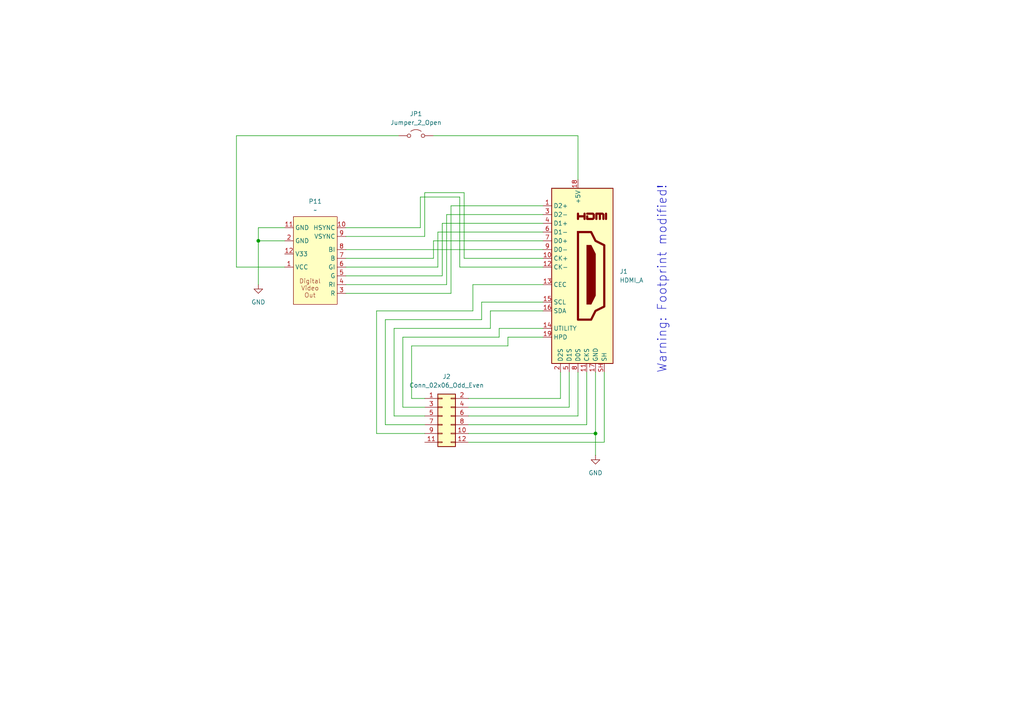
<source format=kicad_sch>
(kicad_sch (version 20250114) (generator "eeschema") (generator_version "9.0")
  (paper "A4")
  (lib_symbols
    (symbol "Connector:HDMI_A"
      (property "Reference" "J" (at -6.35 26.67 0))
      (property "Value" "HDMI_A" (at 10.16 26.67 0))
      (symbol "HDMI_A_0_0"
        (polyline (pts (xy 0 16.51) (xy 0 18.034) (xy 0 17.272) (xy 1.905 17.272) (xy 1.905 18.034) (xy 1.905 16.51)) (stroke (width 0.635)))
        (polyline (pts (xy 2.667 18.034) (xy 4.318 18.034) (xy 4.572 17.78) (xy 4.572 16.764) (xy 4.318 16.51) (xy 2.667 16.51) (xy 2.667 17.272)) (stroke (width 0.635)))
        (polyline (pts (xy 8.128 16.51) (xy 8.128 18.034)) (stroke (width 0.635)))
      )
      (symbol "HDMI_A_0_1"
        (rectangle (start -7.62 25.4) (end 10.16 -25.4) (stroke (width 0.254)) (fill (type background)))
        (polyline (pts (xy 0 12.7) (xy 0 -12.7) (xy 3.81 -12.7) (xy 5.08 -10.16) (xy 7.62 -8.89) (xy 7.62 8.89) (xy 5.08 10.16) (xy 3.81 12.7) (xy 0 12.7)) (stroke (width 0.635)))
        (polyline (pts (xy 2.54 8.89) (xy 3.81 8.89) (xy 5.08 6.35) (xy 5.08 -5.715) (xy 3.81 -8.255) (xy 2.54 -8.255) (xy 2.54 8.89)) (fill (type outline)))
        (polyline (pts (xy 5.334 16.51) (xy 5.334 18.034) (xy 6.35 18.034) (xy 6.35 16.51) (xy 6.35 18.034) (xy 7.112 18.034) (xy 7.366 17.78) (xy 7.366 16.51)) (stroke (width 0.635)))
      )
      (symbol "HDMI_A_1_1"
        (pin passive line (at -10.16 20.32 0) (length 2.54) (name "D2+") (number "1"))
        (pin passive line (at -10.16 17.78 0) (length 2.54) (name "D2-") (number "3"))
        (pin passive line (at -10.16 15.24 0) (length 2.54) (name "D1+") (number "4"))
        (pin passive line (at -10.16 12.7 0) (length 2.54) (name "D1-") (number "6"))
        (pin passive line (at -10.16 10.16 0) (length 2.54) (name "D0+") (number "7"))
        (pin passive line (at -10.16 7.62 0) (length 2.54) (name "D0-") (number "9"))
        (pin passive line (at -10.16 5.08 0) (length 2.54) (name "CK+") (number "10"))
        (pin passive line (at -10.16 2.54 0) (length 2.54) (name "CK-") (number "12"))
        (pin bidirectional line (at -10.16 -2.54 0) (length 2.54) (name "CEC") (number "13"))
        (pin passive line (at -10.16 -7.62 0) (length 2.54) (name "SCL") (number "15"))
        (pin bidirectional line (at -10.16 -10.16 0) (length 2.54) (name "SDA") (number "16"))
        (pin passive line (at -10.16 -15.24 0) (length 2.54) (name "UTILITY") (number "14"))
        (pin passive line (at -10.16 -17.78 0) (length 2.54) (name "HPD") (number "19"))
        (pin power_in line (at -5.08 -27.94 90) (length 2.54) (name "D2S") (number "2"))
        (pin power_in line (at -2.54 -27.94 90) (length 2.54) (name "D1S") (number "5"))
        (pin power_in line (at 0 27.94 270) (length 2.54) (name "+5V") (number "18"))
        (pin power_in line (at 0 -27.94 90) (length 2.54) (name "D0S") (number "8"))
        (pin power_in line (at 2.54 -27.94 90) (length 2.54) (name "CKS") (number "11"))
        (pin power_in line (at 5.08 -27.94 90) (length 2.54) (name "GND") (number "17"))
        (pin passive line (at 7.62 -27.94 90) (length 2.54) (name "SH") (number "SH"))
      )
    )
    (symbol "Connector_Generic:Conn_02x06_Odd_Even" (pin_names (offset 1.016) (hide yes))
      (property "Reference" "J" (at 1.27 7.62 0))
      (property "Value" "Conn_02x06_Odd_Even" (at 1.27 -10.16 0))
      (symbol "Conn_02x06_Odd_Even_1_1"
        (rectangle (start -1.27 6.35) (end 3.81 -8.89) (stroke (width 0.254)) (fill (type background)))
        (rectangle (start -1.27 5.207) (end 0 4.953) (stroke (width 0.1524)))
        (rectangle (start -1.27 2.667) (end 0 2.413) (stroke (width 0.1524)))
        (rectangle (start -1.27 0.127) (end 0 -0.127) (stroke (width 0.1524)))
        (rectangle (start -1.27 -2.413) (end 0 -2.667) (stroke (width 0.1524)))
        (rectangle (start -1.27 -4.953) (end 0 -5.207) (stroke (width 0.1524)))
        (rectangle (start -1.27 -7.493) (end 0 -7.747) (stroke (width 0.1524)))
        (rectangle (start 3.81 5.207) (end 2.54 4.953) (stroke (width 0.1524)))
        (rectangle (start 3.81 2.667) (end 2.54 2.413) (stroke (width 0.1524)))
        (rectangle (start 3.81 0.127) (end 2.54 -0.127) (stroke (width 0.1524)))
        (rectangle (start 3.81 -2.413) (end 2.54 -2.667) (stroke (width 0.1524)))
        (rectangle (start 3.81 -4.953) (end 2.54 -5.207) (stroke (width 0.1524)))
        (rectangle (start 3.81 -7.493) (end 2.54 -7.747) (stroke (width 0.1524)))
        (pin passive line (at -5.08 5.08 0) (length 3.81) (name "Pin_1") (number "1"))
        (pin passive line (at -5.08 2.54 0) (length 3.81) (name "Pin_3") (number "3"))
        (pin passive line (at -5.08 0 0) (length 3.81) (name "Pin_5") (number "5"))
        (pin passive line (at -5.08 -2.54 0) (length 3.81) (name "Pin_7") (number "7"))
        (pin passive line (at -5.08 -5.08 0) (length 3.81) (name "Pin_9") (number "9"))
        (pin passive line (at -5.08 -7.62 0) (length 3.81) (name "Pin_11") (number "11"))
        (pin passive line (at 7.62 5.08 180) (length 3.81) (name "Pin_2") (number "2"))
        (pin passive line (at 7.62 2.54 180) (length 3.81) (name "Pin_4") (number "4"))
        (pin passive line (at 7.62 0 180) (length 3.81) (name "Pin_6") (number "6"))
        (pin passive line (at 7.62 -2.54 180) (length 3.81) (name "Pin_8") (number "8"))
        (pin passive line (at 7.62 -5.08 180) (length 3.81) (name "Pin_10") (number "10"))
        (pin passive line (at 7.62 -7.62 180) (length 3.81) (name "Pin_12") (number "12"))
      )
    )
    (symbol "Jumper:Jumper_2_Open" (pin_numbers (hide yes)) (pin_names (offset 0) (hide yes))
      (property "Reference" "JP" (at 0 2.794 0))
      (property "Value" "Jumper_2_Open" (at 0 -2.286 0))
      (symbol "Jumper_2_Open_0_0"
        (circle (center -2.032 0) (radius 0.508))
        (circle (center 2.032 0) (radius 0.508))
      )
      (symbol "Jumper_2_Open_0_1"
        (arc (start -1.524 1.27) (mid 0 1.778) (end 1.524 1.27))
      )
      (symbol "Jumper_2_Open_1_1"
        (pin passive line (at -5.08 0 0) (length 2.54) (name "A") (number "1"))
        (pin passive line (at 5.08 0 180) (length 2.54) (name "B") (number "2"))
      )
    )
    (symbol "cbm_ultipet_v1-eagle-import:DVO-Connector"
      (property "Reference" "P" (at 2.032 7.112 0))
      (symbol "DVO-Connector_0_1"
        (rectangle (start -3.81 5.715) (end 8.89 -19.685) (fill (type background)))
      )
      (symbol "DVO-Connector_1_1"
        (text "Digital\nVideo\nOut" (at 4.064 1.016 0) (effects (font (size 1.27 1.27) (thickness 0.1))))
        (pin input line (at -6.35 2.54 0) (length 2.54) (name "R") (number "3"))
        (pin input line (at -6.35 0 0) (length 2.54) (name "RI") (number "4"))
        (pin input line (at -6.35 -2.54 0) (length 2.54) (name "G") (number "5"))
        (pin input line (at -6.35 -5.08 0) (length 2.54) (name "GI") (number "6"))
        (pin input line (at -6.35 -7.62 0) (length 2.54) (name "B") (number "7"))
        (pin input line (at -6.35 -10.16 0) (length 2.54) (name "BI") (number "8"))
        (pin input line (at -6.35 -13.97 0) (length 2.54) (name "VSYNC") (number "9"))
        (pin input line (at -6.35 -16.51 0) (length 2.54) (name "HSYNC") (number "10"))
        (pin power_in line (at 11.43 -5.08 180) (length 2.54) (name "VCC") (number "1"))
        (pin power_in line (at 11.43 -8.89 180) (length 2.54) (name "V33") (number "12"))
        (pin power_in line (at 11.43 -12.7 180) (length 2.54) (name "GND") (number "2"))
        (pin power_in line (at 11.43 -16.51 180) (length 2.54) (name "GND") (number "11"))
      )
    )
    (symbol "power:GND" (power) (pin_numbers (hide yes)) (pin_names (offset 0) (hide yes))
      (property "Value" "GND" (at 0 -3.81 0))
      (symbol "GND_0_1"
        (polyline (pts (xy 0 0) (xy 0 -1.27) (xy 1.27 -1.27) (xy 0 -2.54) (xy -1.27 -1.27) (xy 0 -1.27)))
      )
      (symbol "GND_1_1"
        (pin power_in line (at 0 0 270) (length 0) (name "~") (number "1"))
      )
    )
  )
  (text "Warning: Footprint modified!" (at 192.024 81.026 90) (effects (font (size 2.54 2.54))))
  (junction (at 172.72 125.73))
  (junction (at 74.93 69.85))
  (wire (pts (xy 125.73 39.37) (xy 167.64 39.37)))
  (wire (pts (xy 68.58 39.37) (xy 115.57 39.37)))
  (wire (pts (xy 68.58 77.47) (xy 68.58 39.37)))
  (wire (pts (xy 119.38 115.57) (xy 119.38 100.33)))
  (wire (pts (xy 137.16 90.17) (xy 109.22 90.17)))
  (wire (pts (xy 137.16 82.55) (xy 137.16 90.17)))
  (wire (pts (xy 167.64 120.65) (xy 167.64 107.95)))
  (wire (pts (xy 135.89 128.27) (xy 175.26 128.27)))
  (wire (pts (xy 125.73 69.85) (xy 125.73 74.93)))
  (wire (pts (xy 175.26 128.27) (xy 175.26 107.95)))
  (wire (pts (xy 100.33 82.55) (xy 129.54 82.55)))
  (wire (pts (xy 144.78 97.79) (xy 116.84 97.79)))
  (wire (pts (xy 116.84 97.79) (xy 116.84 118.11)))
  (wire (pts (xy 121.92 57.15) (xy 121.92 66.04)))
  (wire (pts (xy 170.18 123.19) (xy 170.18 107.95)))
  (wire (pts (xy 133.35 57.15) (xy 121.92 57.15)))
  (wire (pts (xy 147.32 100.33) (xy 147.32 97.79)))
  (wire (pts (xy 142.24 90.17) (xy 157.48 90.17)))
  (wire (pts (xy 123.19 115.57) (xy 119.38 115.57)))
  (wire (pts (xy 128.27 64.77) (xy 128.27 80.01)))
  (wire (pts (xy 123.19 55.88) (xy 123.19 68.58)))
  (wire (pts (xy 139.7 92.71) (xy 139.7 87.63)))
  (wire (pts (xy 135.89 120.65) (xy 167.64 120.65)))
  (wire (pts (xy 111.76 123.19) (xy 111.76 92.71)))
  (wire (pts (xy 157.48 95.25) (xy 144.78 95.25)))
  (wire (pts (xy 139.7 87.63) (xy 157.48 87.63)))
  (wire (pts (xy 144.78 95.25) (xy 144.78 97.79)))
  (wire (pts (xy 109.22 90.17) (xy 109.22 125.73)))
  (wire (pts (xy 74.93 69.85) (xy 74.93 82.55)))
  (wire (pts (xy 114.3 120.65) (xy 114.3 95.25)))
  (wire (pts (xy 100.33 80.01) (xy 128.27 80.01)))
  (wire (pts (xy 123.19 55.88) (xy 134.62 55.88)))
  (wire (pts (xy 100.33 72.39) (xy 157.48 72.39)))
  (wire (pts (xy 100.33 66.04) (xy 121.92 66.04)))
  (wire (pts (xy 123.19 120.65) (xy 114.3 120.65)))
  (wire (pts (xy 157.48 64.77) (xy 128.27 64.77)))
  (wire (pts (xy 147.32 97.79) (xy 157.48 97.79)))
  (wire (pts (xy 100.33 77.47) (xy 127 77.47)))
  (wire (pts (xy 82.55 66.04) (xy 74.93 66.04)))
  (wire (pts (xy 157.48 74.93) (xy 134.62 74.93)))
  (wire (pts (xy 74.93 66.04) (xy 74.93 69.85)))
  (wire (pts (xy 157.48 69.85) (xy 125.73 69.85)))
  (wire (pts (xy 114.3 95.25) (xy 142.24 95.25)))
  (wire (pts (xy 74.93 69.85) (xy 82.55 69.85)))
  (wire (pts (xy 82.55 77.47) (xy 68.58 77.47)))
  (wire (pts (xy 129.54 62.23) (xy 129.54 82.55)))
  (wire (pts (xy 133.35 77.47) (xy 133.35 57.15)))
  (wire (pts (xy 100.33 74.93) (xy 125.73 74.93)))
  (wire (pts (xy 135.89 123.19) (xy 170.18 123.19)))
  (wire (pts (xy 157.48 82.55) (xy 137.16 82.55)))
  (wire (pts (xy 109.22 125.73) (xy 123.19 125.73)))
  (wire (pts (xy 135.89 118.11) (xy 165.1 118.11)))
  (wire (pts (xy 130.81 59.69) (xy 130.81 85.09)))
  (wire (pts (xy 100.33 85.09) (xy 130.81 85.09)))
  (wire (pts (xy 172.72 107.95) (xy 172.72 125.73)))
  (wire (pts (xy 167.64 39.37) (xy 167.64 52.07)))
  (wire (pts (xy 135.89 115.57) (xy 162.56 115.57)))
  (wire (pts (xy 157.48 59.69) (xy 130.81 59.69)))
  (wire (pts (xy 157.48 62.23) (xy 129.54 62.23)))
  (wire (pts (xy 162.56 115.57) (xy 162.56 107.95)))
  (wire (pts (xy 127 67.31) (xy 127 77.47)))
  (wire (pts (xy 172.72 125.73) (xy 172.72 132.08)))
  (wire (pts (xy 134.62 74.93) (xy 134.62 55.88)))
  (wire (pts (xy 135.89 125.73) (xy 172.72 125.73)))
  (wire (pts (xy 142.24 95.25) (xy 142.24 90.17)))
  (wire (pts (xy 111.76 92.71) (xy 139.7 92.71)))
  (wire (pts (xy 165.1 118.11) (xy 165.1 107.95)))
  (wire (pts (xy 123.19 123.19) (xy 111.76 123.19)))
  (wire (pts (xy 157.48 67.31) (xy 127 67.31)))
  (wire (pts (xy 116.84 118.11) (xy 123.19 118.11)))
  (wire (pts (xy 100.33 68.58) (xy 123.19 68.58)))
  (wire (pts (xy 119.38 100.33) (xy 147.32 100.33)))
  (wire (pts (xy 157.48 77.47) (xy 133.35 77.47)))
  (symbol (lib_id "Connector_Generic:Conn_02x06_Odd_Even") (at 128.27 120.65 0) (unit 1)
    (property "Reference" "J2" (at 129.54 109.22 0))
    (property "Value" "Conn_02x06_Odd_Even" (at 129.54 111.76 0))
    (property "Footprint" "Connector_IDC:IDC-Header_2x06_P2.54mm_Vertical" (effects (hide yes)))
    (property "Description" "Generic connector, double row, 02x06, odd/even pin numbering scheme (row 1 odd numbers, row 2 even numbers), script generated (kicad-library-utils/schlib/autogen/connector/)" (effects (hide yes)))
    (property "LCSC" "C9136" (effects (hide yes)))
  )
  (symbol (lib_id "cbm_ultipet_v1-eagle-import:DVO-Connector") (at 93.98 82.55 180) (unit 1)
    (property "Reference" "P11" (at 91.44 58.42 0))
    (property "Value" "~" (at 91.44 60.96 0))
    (property "Footprint" "Connector_PinHeader_2.54mm:PinHeader_2x06_P2.54mm_Vertical" (effects (hide yes)))
  )
  (symbol (lib_id "Jumper:Jumper_2_Open") (at 120.65 39.37 0) (unit 1)
    (property "Reference" "JP1" (at 120.65 33.02 0))
    (property "Value" "Jumper_2_Open" (at 120.65 35.56 0))
    (property "Footprint" "Connector_PinHeader_2.54mm:PinHeader_1x02_P2.54mm_Vertical" (effects (hide yes)))
    (property "Description" "Jumper, 2-pole, open" (effects (hide yes)))
    (property "LCSC" "C225477" (effects (hide yes)))
  )
  (symbol (lib_id "Connector:HDMI_A") (at 167.64 80.01 0) (unit 1)
    (property "Reference" "J1" (at 179.705 78.7399 0) (effects (justify left)))
    (property "Value" "HDMI_A" (at 179.705 81.2799 0) (effects (justify left)))
    (property "Footprint" "Connector_Video:HDMI_A_Molex_208658-1001_Horizontal" (effects (hide yes)))
    (property "Datasheet" "https://en.wikipedia.org/wiki/HDMI" (effects (hide yes)))
    (property "Description" "HDMI type A connector" (effects (hide yes)))
    (property "LCSC" "C138388" (effects (hide yes)))
  )
  (symbol (lib_id "power:GND") (at 172.72 132.08 0) (unit 1)
    (property "Reference" "#PWR02" (effects (hide yes)))
    (property "Value" "GND" (at 172.72 137.16 0))
    (property "Description" "Power symbol creates a global label with name \"GND\" , ground" (effects (hide yes)))
  )
  (symbol (lib_id "power:GND") (at 74.93 82.55 0) (unit 1)
    (property "Reference" "#PWR01" (effects (hide yes)))
    (property "Value" "GND" (at 74.93 87.63 0))
    (property "Description" "Power symbol creates a global label with name \"GND\" , ground" (effects (hide yes)))
  )
)
</source>
